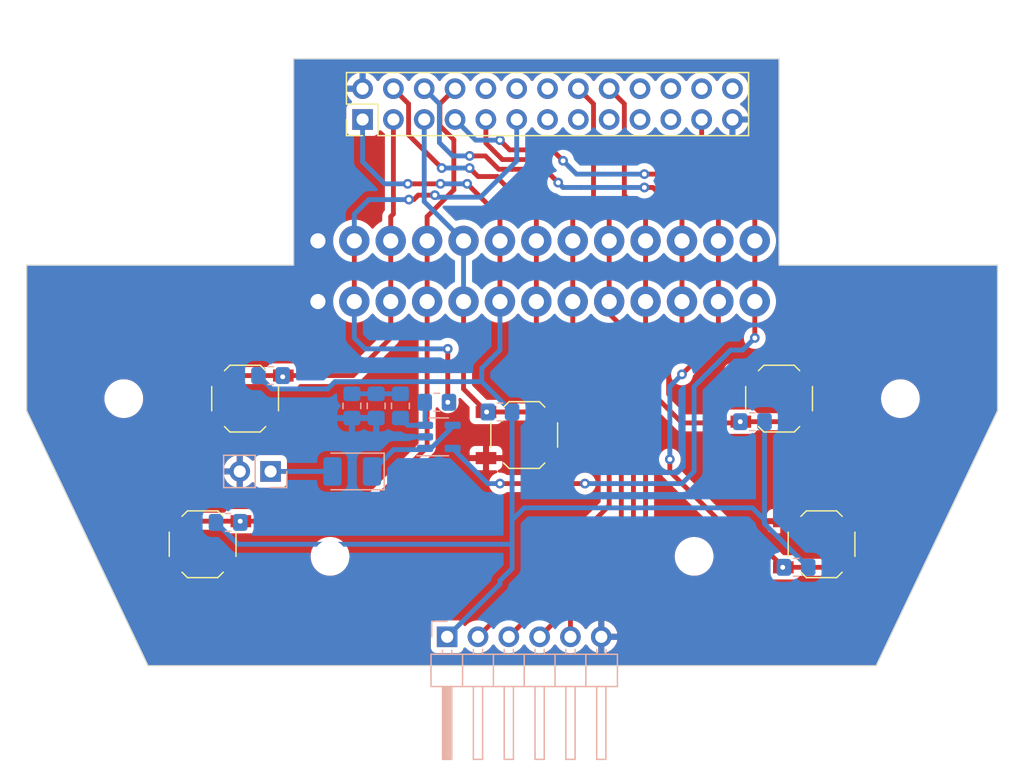
<source format=kicad_pcb>
(kicad_pcb (version 20221018) (generator pcbnew)
  (layers (0 "F.Cu" signal) (31 "B.Cu" signal) (34 "B.Paste" user) (35 "F.Paste" user) (36 "B.SilkS" user "B.Silkscreen") (37 "F.SilkS" user "F.Silkscreen") (38 "B.Mask" user) (39 "F.Mask" user) (44 "Edge.Cuts" user))
  (net 0 "")
  (net 1 "Net-(U1--)")
  (net 2 "Net-(C1-Pad2)")
  (net 3 "+3V3")
  (net 4 "GND")
  (net 5 "/SW_UP")
  (net 6 "/SW_RX")
  (net 7 "/SW_CENT")
  (net 8 "/SW_TX")
  (net 9 "/SW_BACK")
  (net 10 "/SW_DWN")
  (net 11 "/SW_MENU")
  (net 13 "/SOUND")
  (net 18 "/SDA")
  (net 20 "/SCL")
  (net 23 "VDD")
  (net 25 "+BATT")
  (net 28 "Net-(U1-+)")
  (net 29 "Net-(R2-Pad2)")
  (footprint "Button_Switch_SMD:SW_SPST_TL3342" (layer "F.Cu") (at 117 50)
    (fp_text reference "SW1" hide)
    (fp_text value "SW_Push")
    (fp_line (start -2.75 -1) (end -2.75 1) (stroke (width 0.12)) (layer "F.SilkS"))
    (fp_line (start -1.7 -2.3) (end -1.25 -2.75) (stroke (width 0.12)) (layer "F.SilkS"))
    (fp_line (start -1.7 2.3) (end -1.25 2.75) (stroke (width 0.12)) (layer "F.SilkS"))
    (fp_line (start -1.25 -2.75) (end 1.25 -2.75) (stroke (width 0.12)) (layer "F.SilkS"))
    (fp_line (start -1.25 2.75) (end 1.25 2.75) (stroke (width 0.12)) (layer "F.SilkS"))
    (fp_line (start 1.7 -2.3) (end 1.25 -2.75) (stroke (width 0.12)) (layer "F.SilkS"))
    (fp_line (start 1.7 2.3) (end 1.25 2.75) (stroke (width 0.12)) (layer "F.SilkS"))
    (fp_line (start 2.75 -1) (end 2.75 1) (stroke (width 0.12)) (layer "F.SilkS"))
    (pad "1" smd rect (at -3.15 -1.9) (size 1.7 1) (layers "F.Cu" "F.Paste" "F.Mask") (net 5 "/SW_UP"))
    (pad "1" smd rect (at 3.15 -1.9) (size 1.7 1) (layers "F.Cu" "F.Paste" "F.Mask") (net 5 "/SW_UP"))
    (pad "2" smd rect (at -3.15 1.9) (size 1.7 1) (layers "F.Cu" "F.Paste" "F.Mask") (net 4 "GND"))
    (pad "2" smd rect (at 3.15 1.9) (size 1.7 1) (layers "F.Cu" "F.Paste" "F.Mask") (net 4 "GND"))
  )
  (footprint "Button_Switch_SMD:SW_SPST_TL3342" (layer "F.Cu") (at 161 50)
    (fp_text reference "SW4" hide)
    (fp_text value "SW_Push")
    (fp_line (start -2.75 -1) (end -2.75 1) (stroke (width 0.12)) (layer "F.SilkS"))
    (fp_line (start -1.7 -2.3) (end -1.25 -2.75) (stroke (width 0.12)) (layer "F.SilkS"))
    (fp_line (start -1.7 2.3) (end -1.25 2.75) (stroke (width 0.12)) (layer "F.SilkS"))
    (fp_line (start -1.25 -2.75) (end 1.25 -2.75) (stroke (width 0.12)) (layer "F.SilkS"))
    (fp_line (start -1.25 2.75) (end 1.25 2.75) (stroke (width 0.12)) (layer "F.SilkS"))
    (fp_line (start 1.7 -2.3) (end 1.25 -2.75) (stroke (width 0.12)) (layer "F.SilkS"))
    (fp_line (start 1.7 2.3) (end 1.25 2.75) (stroke (width 0.12)) (layer "F.SilkS"))
    (fp_line (start 2.75 -1) (end 2.75 1) (stroke (width 0.12)) (layer "F.SilkS"))
    (pad "1" smd rect (at -3.15 -1.9) (size 1.7 1) (layers "F.Cu" "F.Paste" "F.Mask") (net 4 "GND"))
    (pad "1" smd rect (at 3.15 -1.9) (size 1.7 1) (layers "F.Cu" "F.Paste" "F.Mask") (net 4 "GND"))
    (pad "2" smd rect (at -3.15 1.9) (size 1.7 1) (layers "F.Cu" "F.Paste" "F.Mask") (net 11 "/SW_MENU"))
    (pad "2" smd rect (at 3.15 1.9) (size 1.7 1) (layers "F.Cu" "F.Paste" "F.Mask") (net 11 "/SW_MENU"))
  )
  (footprint "MountingHole:MountingHole_2.7mm_M2.5" (layer "F.Cu") (at 171 50)
    (fp_text reference "REF**" hide)
    (fp_text value "MountingHole_2.7mm_M2.5")
    (pad "" np_thru_hole circle (at 0 0) (size 2.7 2.7) (drill 2.7) (layers "F&B.Cu" "*.Mask"))
  )
  (footprint "Button_Switch_SMD:SW_SPST_TL3342" (layer "F.Cu") (at 164.5 62)
    (fp_text reference "SW5" hide)
    (fp_text value "SW_Push")
    (fp_line (start -2.75 -1) (end -2.75 1) (stroke (width 0.12)) (layer "F.SilkS"))
    (fp_line (start -1.7 -2.3) (end -1.25 -2.75) (stroke (width 0.12)) (layer "F.SilkS"))
    (fp_line (start -1.7 2.3) (end -1.25 2.75) (stroke (width 0.12)) (layer "F.SilkS"))
    (fp_line (start -1.25 -2.75) (end 1.25 -2.75) (stroke (width 0.12)) (layer "F.SilkS"))
    (fp_line (start -1.25 2.75) (end 1.25 2.75) (stroke (width 0.12)) (layer "F.SilkS"))
    (fp_line (start 1.7 -2.3) (end 1.25 -2.75) (stroke (width 0.12)) (layer "F.SilkS"))
    (fp_line (start 1.7 2.3) (end 1.25 2.75) (stroke (width 0.12)) (layer "F.SilkS"))
    (fp_line (start 2.75 -1) (end 2.75 1) (stroke (width 0.12)) (layer "F.SilkS"))
    (pad "1" smd rect (at -3.15 -1.9) (size 1.7 1) (layers "F.Cu" "F.Paste" "F.Mask") (net 4 "GND"))
    (pad "1" smd rect (at 3.15 -1.9) (size 1.7 1) (layers "F.Cu" "F.Paste" "F.Mask") (net 4 "GND"))
    (pad "2" smd rect (at -3.15 1.9) (size 1.7 1) (layers "F.Cu" "F.Paste" "F.Mask") (net 9 "/SW_BACK"))
    (pad "2" smd rect (at 3.15 1.9) (size 1.7 1) (layers "F.Cu" "F.Paste" "F.Mask") (net 9 "/SW_BACK"))
  )
  (footprint "Button_Switch_SMD:SW_SPST_TL3342" (layer "F.Cu") (at 113.5 62)
    (fp_text reference "SW2" hide)
    (fp_text value "SW_Push")
    (fp_line (start -2.75 -1) (end -2.75 1) (stroke (width 0.12)) (layer "F.SilkS"))
    (fp_line (start -1.7 -2.3) (end -1.25 -2.75) (stroke (width 0.12)) (layer "F.SilkS"))
    (fp_line (start -1.7 2.3) (end -1.25 2.75) (stroke (width 0.12)) (layer "F.SilkS"))
    (fp_line (start -1.25 -2.75) (end 1.25 -2.75) (stroke (width 0.12)) (layer "F.SilkS"))
    (fp_line (start -1.25 2.75) (end 1.25 2.75) (stroke (width 0.12)) (layer "F.SilkS"))
    (fp_line (start 1.7 -2.3) (end 1.25 -2.75) (stroke (width 0.12)) (layer "F.SilkS"))
    (fp_line (start 1.7 2.3) (end 1.25 2.75) (stroke (width 0.12)) (layer "F.SilkS"))
    (fp_line (start 2.75 -1) (end 2.75 1) (stroke (width 0.12)) (layer "F.SilkS"))
    (pad "1" smd rect (at -3.15 -1.9) (size 1.7 1) (layers "F.Cu" "F.Paste" "F.Mask") (net 10 "/SW_DWN"))
    (pad "1" smd rect (at 3.15 -1.9) (size 1.7 1) (layers "F.Cu" "F.Paste" "F.Mask") (net 10 "/SW_DWN"))
    (pad "2" smd rect (at -3.15 1.9) (size 1.7 1) (layers "F.Cu" "F.Paste" "F.Mask") (net 4 "GND"))
    (pad "2" smd rect (at 3.15 1.9) (size 1.7 1) (layers "F.Cu" "F.Paste" "F.Mask") (net 4 "GND"))
  )
  (footprint "MountingHole:MountingHole_2.7mm_M2.5" (layer "F.Cu") (at 154 63)
    (fp_text reference "REF**" hide)
    (fp_text value "MountingHole_2.7mm_M2.5")
    (pad "" np_thru_hole circle (at 0 0) (size 2.7 2.7) (drill 2.7) (layers "*.Cu" "*.Mask"))
  )
  (footprint "MountingHole:MountingHole_2.7mm_M2.5" (layer "F.Cu") (at 107 50)
    (fp_text reference "REF**" hide)
    (fp_text value "MountingHole_2.7mm_M2.5")
    (pad "" np_thru_hole circle (at 0 0) (size 2.7 2.7) (drill 2.7) (layers "F&B.Cu" "*.Mask"))
  )
  (footprint "Button_Switch_SMD:SW_SPST_TL3342" (layer "F.Cu") (at 140 53)
    (fp_text reference "SW3" hide)
    (fp_text value "SW_Push")
    (fp_line (start -2.75 -1) (end -2.75 1) (stroke (width 0.12)) (layer "F.SilkS"))
    (fp_line (start -1.7 -2.3) (end -1.25 -2.75) (stroke (width 0.12)) (layer "F.SilkS"))
    (fp_line (start -1.7 2.3) (end -1.25 2.75) (stroke (width 0.12)) (layer "F.SilkS"))
    (fp_line (start -1.25 -2.75) (end 1.25 -2.75) (stroke (width 0.12)) (layer "F.SilkS"))
    (fp_line (start -1.25 2.75) (end 1.25 2.75) (stroke (width 0.12)) (layer "F.SilkS"))
    (fp_line (start 1.7 -2.3) (end 1.25 -2.75) (stroke (width 0.12)) (layer "F.SilkS"))
    (fp_line (start 1.7 2.3) (end 1.25 2.75) (stroke (width 0.12)) (layer "F.SilkS"))
    (fp_line (start 2.75 -1) (end 2.75 1) (stroke (width 0.12)) (layer "F.SilkS"))
    (pad "1" smd rect (at -3.15 -1.9) (size 1.7 1) (layers "F.Cu" "F.Paste" "F.Mask") (net 7 "/SW_CENT"))
    (pad "1" smd rect (at 3.15 -1.9) (size 1.7 1) (layers "F.Cu" "F.Paste" "F.Mask") (net 7 "/SW_CENT"))
    (pad "2" smd rect (at -3.15 1.9) (size 1.7 1) (layers "F.Cu" "F.Paste" "F.Mask") (net 4 "GND"))
    (pad "2" smd rect (at 3.15 1.9) (size 1.7 1) (layers "F.Cu" "F.Paste" "F.Mask") (net 4 "GND"))
  )
  (footprint "MountingHole:MountingHole_2.7mm_M2.5" (layer "F.Cu") (at 124 63)
    (fp_text reference "REF**" hide)
    (fp_text value "MountingHole_2.7mm_M2.5")
    (pad "" np_thru_hole circle (at 0 0) (size 2.7 2.7) (drill 2.7) (layers "*.Cu" "*.Mask"))
  )
  (footprint "Connector_PinHeader_2.54mm:PinHeader_2x13_P2.54mm_Vertical" (layer "F.Cu") (at 126.68 27 90)
    (fp_text reference "J1" hide)
    (fp_text value "Conn_02x13_Odd_Even")
    (fp_line (start -1.33 -1.33) (end 0 -1.33) (stroke (width 0.12)) (layer "F.SilkS"))
    (fp_line (start -1.33 0) (end -1.33 -1.33) (stroke (width 0.12)) (layer "F.SilkS"))
    (fp_line (start -1.33 1.27) (end -1.33 31.81) (stroke (width 0.12)) (layer "F.SilkS"))
    (fp_line (start -1.33 1.27) (end 1.27 1.27) (stroke (width 0.12)) (layer "F.SilkS"))
    (fp_line (start -1.33 31.81) (end 3.87 31.81) (stroke (width 0.12)) (layer "F.SilkS"))
    (fp_line (start 1.27 -1.33) (end 3.87 -1.33) (stroke (width 0.12)) (layer "F.SilkS"))
    (fp_line (start 1.27 1.27) (end 1.27 -1.33) (stroke (width 0.12)) (layer "F.SilkS"))
    (fp_line (start 3.87 -1.33) (end 3.87 31.81) (stroke (width 0.12)) (layer "F.SilkS"))
    (pad "1" thru_hole rect (at 0 0 90) (size 1.7 1.7) (drill 1) (layers "*.Cu" "*.Mask") (net 3 "+3V3"))
    (pad "2" thru_hole oval (at 2.54 0 90) (size 1.7 1.7) (drill 1) (layers "*.Cu" "*.Mask") (net 4 "GND"))
    (pad "3" thru_hole oval (at 0 2.54 90) (size 1.7 1.7) (drill 1) (layers "*.Cu" "*.Mask") (net 5 "/SW_UP"))
    (pad "4" thru_hole oval (at 2.54 2.54 90) (size 1.7 1.7) (drill 1) (layers "*.Cu" "*.Mask") (net 6 "/SW_RX"))
    (pad "5" thru_hole oval (at 0 5.08 90) (size 1.7 1.7) (drill 1) (layers "*.Cu" "*.Mask") (net 7 "/SW_CENT"))
    (pad "6" thru_hole oval (at 2.54 5.08 90) (size 1.7 1.7) (drill 1) (layers "*.Cu" "*.Mask") (net 8 "/SW_TX"))
    (pad "7" thru_hole oval (at 0 7.62 90) (size 1.7 1.7) (drill 1) (layers "*.Cu" "*.Mask") (net 9 "/SW_BACK"))
    (pad "8" thru_hole oval (at 2.54 7.62 90) (size 1.7 1.7) (drill 1) (layers "*.Cu" "*.Mask") (net 10 "/SW_DWN"))
    (pad "9" thru_hole oval (at 0 10.16 90) (size 1.7 1.7) (drill 1) (layers "*.Cu" "*.Mask") (net 11 "/SW_MENU"))
    (pad "10" thru_hole oval (at 2.54 10.16 90) (size 1.7 1.7) (drill 1) (layers "*.Cu" "*.Mask"))
    (pad "11" thru_hole oval (at 0 12.7 90) (size 1.7 1.7) (drill 1) (layers "*.Cu" "*.Mask") (net 13 "/SOUND"))
    (pad "12" thru_hole oval (at 2.54 12.7 90) (size 1.7 1.7) (drill 1) (layers "*.Cu" "*.Mask"))
    (pad "13" thru_hole oval (at 0 15.24 90) (size 1.7 1.7) (drill 1) (layers "*.Cu" "*.Mask"))
    (pad "14" thru_hole oval (at 2.54 15.24 90) (size 1.7 1.7) (drill 1) (layers "*.Cu" "*.Mask"))
    (pad "15" thru_hole oval (at 0 17.78 90) (size 1.7 1.7) (drill 1) (layers "*.Cu" "*.Mask"))
    (pad "16" thru_hole oval (at 2.54 17.78 90) (size 1.7 1.7) (drill 1) (layers "*.Cu" "*.Mask") (net 18 "/SDA"))
    (pad "17" thru_hole oval (at 0 20.32 90) (size 1.7 1.7) (drill 1) (layers "*.Cu" "*.Mask"))
    (pad "18" thru_hole oval (at 2.54 20.32 90) (size 1.7 1.7) (drill 1) (layers "*.Cu" "*.Mask") (net 20 "/SCL"))
    (pad "19" thru_hole oval (at 0 22.86 90) (size 1.7 1.7) (drill 1) (layers "*.Cu" "*.Mask"))
    (pad "20" thru_hole oval (at 2.54 22.86 90) (size 1.7 1.7) (drill 1) (layers "*.Cu" "*.Mask"))
    (pad "21" thru_hole oval (at 0 25.4 90) (size 1.7 1.7) (drill 1) (layers "*.Cu" "*.Mask") (net 23 "VDD"))
    (pad "22" thru_hole oval (at 2.54 25.4 90) (size 1.7 1.7) (drill 1) (layers "*.Cu" "*.Mask"))
    (pad "23" thru_hole oval (at 0 27.94 90) (size 1.7 1.7) (drill 1) (layers "*.Cu" "*.Mask") (net 25 "+BATT"))
    (pad "24" thru_hole oval (at 2.54 27.94 90) (size 1.7 1.7) (drill 1) (layers "*.Cu" "*.Mask"))
    (pad "25" thru_hole oval (at 0 30.48 90) (size 1.7 1.7) (drill 1) (layers "*.Cu" "*.Mask") (net 4 "GND"))
    (pad "26" thru_hole oval (at 2.54 30.48 90) (size 1.7 1.7) (drill 1) (layers "*.Cu" "*.Mask"))
  )
  (footprint "Resistor_SMD:R_0805_2012Metric_Pad1.20x1.40mm_HandSolder" (layer "B.Cu") (at 125.8 50.6 -90)
    (fp_text reference "R4" hide)
    (fp_text value "10k")
    (fp_line (start -0.227064 -0.735) (end 0.227064 -0.735) (stroke (width 0.12)) (layer "B.SilkS"))
    (fp_line (start -0.227064 0.735) (end 0.227064 0.735) (stroke (width 0.12)) (layer "B.SilkS"))
    (pad "1" smd roundrect (at -1 0 270) (size 1.2 1.4) (layers "B.Cu" "B.Paste" "B.Mask") (roundrect_rratio 0.208333) (net 29 "Net-(R2-Pad2)"))
    (pad "2" smd roundrect (at 1 0 270) (size 1.2 1.4) (layers "B.Cu" "B.Paste" "B.Mask") (roundrect_rratio 0.208333) (net 4 "GND"))
  )
  (footprint "Resistor_SMD:R_0805_2012Metric_Pad1.20x1.40mm_HandSolder" (layer "B.Cu") (at 129.8 50.6 90)
    (fp_text reference "R2" hide)
    (fp_text value "10k")
    (fp_line (start -0.227064 -0.735) (end 0.227064 -0.735) (stroke (width 0.12)) (layer "B.SilkS"))
    (fp_line (start -0.227064 0.735) (end 0.227064 0.735) (stroke (width 0.12)) (layer "B.SilkS"))
    (pad "1" smd roundrect (at -1 0 90) (size 1.2 1.4) (layers "B.Cu" "B.Paste" "B.Mask") (roundrect_rratio 0.208333) (net 28 "Net-(U1-+)"))
    (pad "2" smd roundrect (at 1 0 90) (size 1.2 1.4) (layers "B.Cu" "B.Paste" "B.Mask") (roundrect_rratio 0.208333) (net 29 "Net-(R2-Pad2)"))
  )
  (footprint "Resistor_SMD:R_0805_2012Metric_Pad1.20x1.40mm_HandSolder" (layer "B.Cu") (at 132.8 50.3)
    (fp_text reference "R1" hide)
    (fp_text value "10k")
    (fp_line (start -0.227064 -0.735) (end 0.227064 -0.735) (stroke (width 0.12)) (layer "B.SilkS"))
    (fp_line (start -0.227064 0.735) (end 0.227064 0.735) (stroke (width 0.12)) (layer "B.SilkS"))
    (pad "1" smd roundrect (at -1 0) (size 1.2 1.4) (layers "B.Cu" "B.Paste" "B.Mask") (roundrect_rratio 0.208333) (net 28 "Net-(U1-+)"))
    (pad "2" smd roundrect (at 1 0) (size 1.2 1.4) (layers "B.Cu" "B.Paste" "B.Mask") (roundrect_rratio 0.208333) (net 13 "/SOUND"))
  )
  (footprint "Resistor_SMD:R_0805_2012Metric_Pad1.20x1.40mm_HandSolder" (layer "B.Cu") (at 158.8 51.9 180)
    (fp_text reference "R8" hide)
    (fp_text value "4k7")
    (fp_line (start -0.227064 -0.735) (end 0.227064 -0.735) (stroke (width 0.12)) (layer "B.SilkS"))
    (fp_line (start -0.227064 0.735) (end 0.227064 0.735) (stroke (width 0.12)) (layer "B.SilkS"))
    (pad "1" smd roundrect (at -1 0 180) (size 1.2 1.4) (layers "B.Cu" "B.Paste" "B.Mask") (roundrect_rratio 0.208333) (net 3 "+3V3"))
    (pad "2" smd roundrect (at 1 0 180) (size 1.2 1.4) (layers "B.Cu" "B.Paste" "B.Mask") (roundrect_rratio 0.208333) (net 11 "/SW_MENU"))
  )
  (footprint "Resistor_SMD:R_0805_2012Metric_Pad1.20x1.40mm_HandSolder" (layer "B.Cu") (at 115.6 60.2)
    (fp_text reference "R5" hide)
    (fp_text value "4k7")
    (fp_line (start -0.227064 -0.735) (end 0.227064 -0.735) (stroke (width 0.12)) (layer "B.SilkS"))
    (fp_line (start -0.227064 0.735) (end 0.227064 0.735) (stroke (width 0.12)) (layer "B.SilkS"))
    (pad "1" smd roundrect (at -1 0) (size 1.2 1.4) (layers "B.Cu" "B.Paste" "B.Mask") (roundrect_rratio 0.208333) (net 3 "+3V3"))
    (pad "2" smd roundrect (at 1 0) (size 1.2 1.4) (layers "B.Cu" "B.Paste" "B.Mask") (roundrect_rratio 0.208333) (net 10 "/SW_DWN"))
  )
  (footprint "Connector_PinHeader_2.54mm:PinHeader_1x06_P2.54mm_Horizontal" (layer "B.Cu") (at 133.65 69.625 -90)
    (fp_text reference "J2" hide)
    (fp_text value "Conn_01x06")
    (fp_line (start -1.27 0) (end -1.27 1.27) (stroke (width 0.12)) (layer "B.SilkS"))
    (fp_line (start -1.27 1.27) (end 0 1.27) (stroke (width 0.12)) (layer "B.SilkS"))
    (fp_line (start 1.042929 -13.08) (end 1.44 -13.08) (stroke (width 0.12)) (layer "B.SilkS"))
    (fp_line (start 1.042929 -12.32) (end 1.44 -12.32) (stroke (width 0.12)) (layer "B.SilkS"))
    (fp_line (start 1.042929 -10.54) (end 1.44 -10.54) (stroke (width 0.12)) (layer "B.SilkS"))
    (fp_line (start 1.042929 -9.78) (end 1.44 -9.78) (stroke (width 0.12)) (layer "B.SilkS"))
    (fp_line (start 1.042929 -8) (end 1.44 -8) (stroke (width 0.12)) (layer "B.SilkS"))
    (fp_line (start 1.042929 -7.24) (end 1.44 -7.24) (stroke (width 0.12)) (layer "B.SilkS"))
    (fp_line (start 1.042929 -5.46) (end 1.44 -5.46) (stroke (width 0.12)) (layer "B.SilkS"))
    (fp_line (start 1.042929 -4.7) (end 1.44 -4.7) (stroke (width 0.12)) (layer "B.SilkS"))
    (fp_line (start 1.042929 -2.92) (end 1.44 -2.92) (stroke (width 0.12)) (layer "B.SilkS"))
    (fp_line (start 1.042929 -2.16) (end 1.44 -2.16) (stroke (width 0.12)) (layer "B.SilkS"))
    (fp_line (start 1.11 -0.38) (end 1.44 -0.38) (stroke (width 0.12)) (layer "B.SilkS"))
    (fp_line (start 1.11 0.38) (end 1.44 0.38) (stroke (width 0.12)) (layer "B.SilkS"))
    (fp_line (start 1.44 -14.03) (end 4.1 -14.03) (stroke (width 0.12)) (layer "B.SilkS"))
    (fp_line (start 1.44 -11.43) (end 4.1 -11.43) (stroke (width 0.12)) (layer "B.SilkS"))
    (fp_line (start 1.44 -8.89) (end 4.1 -8.89) (stroke (width 0.12)) (layer "B.SilkS"))
    (fp_line (start 1.44 -6.35) (end 4.1 -6.35) (stroke (width 0.12)) (layer "B.SilkS"))
    (fp_line (start 1.44 -3.81) (end 4.1 -3.81) (stroke (width 0.12)) (layer "B.SilkS"))
    (fp_line (start 1.44 -1.27) (end 4.1 -1.27) (stroke (width 0.12)) (layer "B.SilkS"))
    (fp_line (start 1.44 1.33) (end 1.44 -14.03) (stroke (width 0.12)) (layer "B.SilkS"))
    (fp_line (start 4.1 -14.03) (end 4.1 1.33) (stroke (width 0.12)) (layer "B.SilkS"))
    (fp_line (start 4.1 -12.32) (end 10.1 -12.32) (stroke (width 0.12)) (layer "B.SilkS"))
    (fp_line (start 4.1 -9.78) (end 10.1 -9.78) (stroke (width 0.12)) (layer "B.SilkS"))
    (fp_line (start 4.1 -7.24) (end 10.1 -7.24) (stroke (width 0.12)) (layer "B.SilkS"))
    (fp_line (start 4.1 -4.7) (end 10.1 -4.7) (stroke (width 0.12)) (layer "B.SilkS"))
    (fp_line (start 4.1 -2.16) (end 10.1 -2.16) (stroke (width 0.12)) (layer "B.SilkS"))
    (fp_line (start 4.1 -0.28) (end 10.1 -0.28) (stroke (width 0.12)) (layer "B.SilkS"))
    (fp_line (start 4.1 -0.16) (end 10.1 -0.16) (stroke (width 0.12)) (layer "B.SilkS"))
    (fp_line (start 4.1 -0.04) (end 10.1 -0.04) (stroke (width 0.12)) (layer "B.SilkS"))
    (fp_line (start 4.1 0.08) (end 10.1 0.08) (stroke (width 0.12)) (layer "B.SilkS"))
    (fp_line (start 4.1 0.2) (end 10.1 0.2) (stroke (width 0.12)) (layer "B.SilkS"))
    (fp_line (start 4.1 0.32) (end 10.1 0.32) (stroke (width 0.12)) (layer "B.SilkS"))
    (fp_line (start 4.1 0.38) (end 10.1 0.38) (stroke (width 0.12)) (layer "B.SilkS"))
    (fp_line (start 4.1 1.33) (end 1.44 1.33) (stroke (width 0.12)) (layer "B.SilkS"))
    (fp_line (start 10.1 -13.08) (end 4.1 -13.08) (stroke (width 0.12)) (layer "B.SilkS"))
    (fp_line (start 10.1 -12.32) (end 10.1 -13.08) (stroke (width 0.12)) (layer "B.SilkS"))
    (fp_line (start 10.1 -10.54) (end 4.1 -10.54) (stroke (width 0.12)) (layer "B.SilkS"))
    (fp_line (start 10.1 -9.78) (end 10.1 -10.54) (stroke (width 0.12)) (layer "B.SilkS"))
    (fp_line (start 10.1 -8) (end 4.1 -8) (stroke (width 0.12)) (layer "B.SilkS"))
    (fp_line (start 10.1 -7.24) (end 10.1 -8) (stroke (width 0.12)) (layer "B.SilkS"))
    (fp_line (start 10.1 -5.46) (end 4.1 -5.46) (stroke (width 0.12)) (layer "B.SilkS"))
    (fp_line (start 10.1 -4.7) (end 10.1 -5.46) (stroke (width 0.12)) (layer "B.SilkS"))
    (fp_line (start 10.1 -2.92) (end 4.1 -2.92) (stroke (width 0.12)) (layer "B.SilkS"))
    (fp_line (start 10.1 -2.16) (end 10.1 -2.92) (stroke (width 0.12)) (layer "B.SilkS"))
    (fp_line (start 10.1 -0.38) (end 4.1 -0.38) (stroke (width 0.12)) (layer "B.SilkS"))
    (fp_line (start 10.1 0.38) (end 10.1 -0.38) (stroke (width 0.12)) (layer "B.SilkS"))
    (pad "1" thru_hole rect (at 0 0 270) (size 1.7 1.7) (drill 1) (layers "*.Cu" "*.Mask") (net 3 "+3V3"))
    (pad "2" thru_hole oval (at 0 -2.54 270) (size 1.7 1.7) (drill 1) (layers "*.Cu" "*.Mask") (net 6 "/SW_RX"))
    (pad "3" thru_hole oval (at 0 -5.08 270) (size 1.7 1.7) (drill 1) (layers "*.Cu" "*.Mask") (net 8 "/SW_TX"))
    (pad "4" thru_hole oval (at 0 -7.62 270) (size 1.7 1.7) (drill 1) (layers "*.Cu" "*.Mask") (net 18 "/SDA"))
    (pad "5" thru_hole oval (at 0 -10.16 270) (size 1.7 1.7) (drill 1) (layers "*.Cu" "*.Mask") (net 20 "/SCL"))
    (pad "6" thru_hole oval (at 0 -12.7 270) (size 1.7 1.7) (drill 1) (layers "*.Cu" "*.Mask") (net 4 "GND"))
  )
  (footprint "Resistor_SMD:R_0805_2012Metric_Pad1.20x1.40mm_HandSolder" (layer "B.Cu") (at 162.4 63.9 180)
    (fp_text reference "R9" hide)
    (fp_text value "4k7")
    (fp_line (start -0.227064 -0.735) (end 0.227064 -0.735) (stroke (width 0.12)) (layer "B.SilkS"))
    (fp_line (start -0.227064 0.735) (end 0.227064 0.735) (stroke (width 0.12)) (layer "B.SilkS"))
    (pad "1" smd roundrect (at -1 0 180) (size 1.2 1.4) (layers "B.Cu" "B.Paste" "B.Mask") (roundrect_rratio 0.208333) (net 3 "+3V3"))
    (pad "2" smd roundrect (at 1 0 180) (size 1.2 1.4) (layers "B.Cu" "B.Paste" "B.Mask") (roundrect_rratio 0.208333) (net 9 "/SW_BACK"))
  )
  (footprint "Capacitor_Tantalum_SMD:CP_EIA-3528-21_Kemet-B_Pad1.50x2.35mm_HandSolder" (layer "B.Cu") (at 125.825 56 180)
    (fp_text reference "C1" hide)
    (fp_text value "47u")
    (fp_line (start -2.635 -1.51) (end 1.75 -1.51) (stroke (width 0.12)) (layer "B.SilkS"))
    (fp_line (start -2.635 1.51) (end -2.635 -1.51) (stroke (width 0.12)) (layer "B.SilkS"))
    (fp_line (start 1.75 1.51) (end -2.635 1.51) (stroke (width 0.12)) (layer "B.SilkS"))
    (pad "1" smd roundrect (at -1.625 0 180) (size 1.5 2.35) (layers "B.Cu" "B.Paste" "B.Mask") (roundrect_rratio 0.166667) (net 1 "Net-(U1--)"))
    (pad "2" smd roundrect (at 1.625 0 180) (size 1.5 2.35) (layers "B.Cu" "B.Paste" "B.Mask") (roundrect_rratio 0.166667) (net 2 "Net-(C1-Pad2)"))
  )
  (footprint "Connector_PinHeader_2.54mm:PinHeader_1x02_P2.54mm_Vertical" (layer "B.Cu") (at 119.1 56 90)
    (fp_text reference "LS1" hide)
    (fp_text value "Speaker")
    (fp_line (start -1.33 -3.87) (end 1.33 -3.87) (stroke (width 0.12)) (layer "B.SilkS"))
    (fp_line (start -1.33 -1.27) (end -1.33 -3.87) (stroke (width 0.12)) (layer "B.SilkS"))
    (fp_line (start -1.33 -1.27) (end 1.33 -1.27) (stroke (width 0.12)) (layer "B.SilkS"))
    (fp_line (start -1.33 0) (end -1.33 1.33) (stroke (width 0.12)) (layer "B.SilkS"))
    (fp_line (start -1.33 1.33) (end 0 1.33) (stroke (width 0.12)) (layer "B.SilkS"))
    (fp_line (start 1.33 -1.27) (end 1.33 -3.87) (stroke (width 0.12)) (layer "B.SilkS"))
    (pad "1" thru_hole rect (at 0 0 90) (size 1.7 1.7) (drill 1) (layers "*.Cu" "*.Mask") (net 2 "Net-(C1-Pad2)"))
    (pad "2" thru_hole oval (at 0 -2.54 90) (size 1.7 1.7) (drill 1) (layers "*.Cu" "*.Mask") (net 4 "GND"))
  )
  (footprint "Package_TO_SOT_SMD:SOT-23-5" (layer "B.Cu") (at 132.9625 53.15)
    (fp_text reference "U1" hide)
    (fp_text value "AD8531ARTZ")
    (fp_line (start 0 -1.56) (end -0.8 -1.56) (stroke (width 0.12)) (layer "B.SilkS"))
    (fp_line (start 0 -1.56) (end 0.8 -1.56) (stroke (width 0.12)) (layer "B.SilkS"))
    (fp_line (start 0 1.56) (end -1.8 1.56) (stroke (width 0.12)) (layer "B.SilkS"))
    (fp_line (start 0 1.56) (end 0.8 1.56) (stroke (width 0.12)) (layer "B.SilkS"))
    (pad "1" smd roundrect (at -1.1375 0.95) (size 1.325 0.6) (layers "B.Cu" "B.Paste" "B.Mask") (net 1 "Net-(U1--)"))
    (pad "2" smd roundrect (at -1.1375 0) (size 1.325 0.6) (layers "B.Cu" "B.Paste" "B.Mask") (net 4 "GND"))
    (pad "3" smd roundrect (at -1.1375 -0.95) (size 1.325 0.6) (layers "B.Cu" "B.Paste" "B.Mask") (net 28 "Net-(U1-+)"))
    (pad "4" smd roundrect (at 1.1375 -0.95) (size 1.325 0.6) (layers "B.Cu" "B.Paste" "B.Mask") (net 1 "Net-(U1--)"))
    (pad "5" smd roundrect (at 1.1375 0.95) (size 1.325 0.6) (layers "B.Cu" "B.Paste" "B.Mask") (net 25 "+BATT"))
  )
  (footprint "Resistor_SMD:R_0805_2012Metric_Pad1.20x1.40mm_HandSolder" (layer "B.Cu") (at 119.1 48.1)
    (fp_text reference "R6" hide)
    (fp_text value "4k7")
    (fp_line (start -0.227064 -0.735) (end 0.227064 -0.735) (stroke (width 0.12)) (layer "B.SilkS"))
    (fp_line (start -0.227064 0.735) (end 0.227064 0.735) (stroke (width 0.12)) (layer "B.SilkS"))
    (pad "1" smd roundrect (at -1 0) (size 1.2 1.4) (layers "B.Cu" "B.Paste" "B.Mask") (roundrect_rratio 0.208333) (net 3 "+3V3"))
    (pad "2" smd roundrect (at 1 0) (size 1.2 1.4) (layers "B.Cu" "B.Paste" "B.Mask") (roundrect_rratio 0.208333) (net 5 "/SW_UP"))
  )
  (footprint "Resistor_SMD:R_0805_2012Metric_Pad1.20x1.40mm_HandSolder" (layer "B.Cu") (at 127.8 50.6 -90)
    (fp_text reference "R3" hide)
    (fp_text value "10k")
    (fp_line (start -0.227064 -0.735) (end 0.227064 -0.735) (stroke (width 0.12)) (layer "B.SilkS"))
    (fp_line (start -0.227064 0.735) (end 0.227064 0.735) (stroke (width 0.12)) (layer "B.SilkS"))
    (pad "1" smd roundrect (at -1 0 270) (size 1.2 1.4) (layers "B.Cu" "B.Paste" "B.Mask") (roundrect_rratio 0.208333) (net 29 "Net-(R2-Pad2)"))
    (pad "2" smd roundrect (at 1 0 270) (size 1.2 1.4) (layers "B.Cu" "B.Paste" "B.Mask") (roundrect_rratio 0.208333) (net 4 "GND"))
  )
  (footprint "Resistor_SMD:R_0805_2012Metric_Pad1.20x1.40mm_HandSolder" (layer "B.Cu") (at 138 51.1 180)
    (fp_text reference "R7" hide)
    (fp_text value "4k7")
    (fp_line (start -0.227064 -0.735) (end 0.227064 -0.735) (stroke (width 0.12)) (layer "B.SilkS"))
    (fp_line (start -0.227064 0.735) (end 0.227064 0.735) (stroke (width 0.12)) (layer "B.SilkS"))
    (pad "1" smd roundrect (at -1 0 180) (size 1.2 1.4) (layers "B.Cu" "B.Paste" "B.Mask") (roundrect_rratio 0.208333) (net 3 "+3V3"))
    (pad "2" smd roundrect (at 1 0 180) (size 1.2 1.4) (layers "B.Cu" "B.Paste" "B.Mask") (roundrect_rratio 0.208333) (net 7 "/SW_CENT"))
  )
  (gr_line (start 179 51) (end 179 39) (stroke (width 0.1)) (layer "Edge.Cuts"))
  (gr_line (start 169 72) (end 179 51) (stroke (width 0.1)) (layer "Edge.Cuts"))
  (gr_line (start 99 39) (end 99 51) (stroke (width 0.1)) (layer "Edge.Cuts"))
  (gr_line (start 161 39) (end 161 22) (stroke (width 0.1)) (layer "Edge.Cuts"))
  (gr_line (start 179 39) (end 161 39) (stroke (width 0.1)) (layer "Edge.Cuts"))
  (gr_line (start 121 39) (end 99 39) (stroke (width 0.1)) (layer "Edge.Cuts"))
  (gr_line (start 169 72) (end 109 72) (stroke (width 0.1)) (layer "Edge.Cuts"))
  (gr_line (start 161 22) (end 121 22) (stroke (width 0.1)) (layer "Edge.Cuts"))
  (gr_line (start 121 22) (end 121 39) (stroke (width 0.1)) (layer "Edge.Cuts"))
  (gr_line (start 99 51) (end 109 72) (stroke (width 0.1)) (layer "Edge.Cuts"))
  (segment (start 134.1 52.315317) (end 132.315317 54.1) (width 0.4) (layer "B.Cu") (net 1))
  (segment (start 131.825 54.1) (end 131.725 54.2) (width 0.4) (layer "B.Cu") (net 1))
  (segment (start 134.1 52.2) (end 134.1 52.315317) (width 0.4) (layer "B.Cu") (net 1))
  (segment (start 129.25 54.2) (end 127.45 56) (width 0.4) (layer "B.Cu") (net 1))
  (segment (start 131.725 54.2) (end 129.25 54.2) (width 0.4) (layer "B.Cu") (net 1))
  (segment (start 132.315317 54.1) (end 131.825 54.1) (width 0.4) (layer "B.Cu") (net 1))
  (segment (start 124.675 56) (end 119.1 56) (width 0.4) (layer "B.Cu") (net 2))
  (segment (start 131 32.3) (end 130.4 32.3) (width 0.4) (layer "F.Cu") (net 3))
  (segment (start 133.1 32.3) (end 131 32.3) (width 0.4) (layer "F.Cu") (net 3))
  (segment (start 138 35) (end 135.3 32.3) (width 0.4) (layer "F.Cu") (net 3))
  (segment (start 138 42) (end 138 35) (width 0.4) (layer "F.Cu") (net 3))
  (via (at 138 42) (size 2.5) (drill 1.25) (layers "F.Cu" "B.Cu") (net 3))
  (via (at 135.3 32.3) (size 0.8) (drill 0.4) (layers "F.Cu" "B.Cu") (net 3))
  (via (at 133.1 32.3) (size 0.8) (drill 0.4) (layers "F.Cu" "B.Cu") (net 3))
  (via (at 130.4 32.3) (size 0.8) (drill 0.4) (layers "F.Cu" "B.Cu") (net 3))
  (via (at 138 37) (size 2.5) (drill 1.25) (layers "F.Cu" "B.Cu") (net 3))
  (segment (start 136.5 48.6) (end 139 51.1) (width 0.4) (layer "B.Cu") (net 3))
  (segment (start 159.8 60) (end 159.8 60.3) (width 0.4) (layer "B.Cu") (net 3))
  (segment (start 114.6 60.2) (end 116.4 62) (width 0.4) (layer "B.Cu") (net 3))
  (segment (start 116.4 62) (end 139 62) (width 0.4) (layer "B.Cu") (net 3))
  (segment (start 139 62) (end 139 60) (width 0.4) (layer "B.Cu") (net 3))
  (segment (start 119.2 49.2) (end 123.8 49.2) (width 0.4) (layer "B.Cu") (net 3))
  (segment (start 128.5 32.3) (end 126.68 30.48) (width 0.4) (layer "B.Cu") (net 3))
  (segment (start 140 59) (end 139 60) (width 0.4) (layer "B.Cu") (net 3))
  (segment (start 133.65 69.625) (end 138 65.275) (width 0.4) (layer "B.Cu") (net 3))
  (segment (start 159.8 60.3) (end 163.4 63.9) (width 0.4) (layer "B.Cu") (net 3))
  (segment (start 126.68 30.48) (end 126.68 27) (width 0.4) (layer "B.Cu") (net 3))
  (segment (start 133.9 32.3) (end 133.1 32.3) (width 0.4) (layer "B.Cu") (net 3))
  (segment (start 124.4 48.6) (end 136.5 48.6) (width 0.4) (layer "B.Cu") (net 3))
  (segment (start 159.8 51.9) (end 159.8 60) (width 0.4) (layer "B.Cu") (net 3))
  (segment (start 158.8 59) (end 140 59) (width 0.4) (layer "B.Cu") (net 3))
  (segment (start 118.1 48.1) (end 119.2 49.2) (width 0.4) (layer "B.Cu") (net 3))
  (segment (start 138 65) (end 139 64) (width 0.4) (layer "B.Cu") (net 3))
  (segment (start 135.3 32.3) (end 133.9 32.3) (width 0.4) (layer "B.Cu") (net 3))
  (segment (start 138 65.275) (end 138 65) (width 0.4) (layer "B.Cu") (net 3))
  (segment (start 130.4 32.3) (end 128.5 32.3) (width 0.4) (layer "B.Cu") (net 3))
  (segment (start 159.8 60) (end 158.8 59) (width 0.4) (layer "B.Cu") (net 3))
  (segment (start 136.5 47.5) (end 138 46) (width 0.4) (layer "B.Cu") (net 3))
  (segment (start 123.8 49.2) (end 124.4 48.6) (width 0.4) (layer "B.Cu") (net 3))
  (segment (start 139 64) (end 139 62) (width 0.4) (layer "B.Cu") (net 3))
  (segment (start 139 60) (end 139 51.1) (width 0.4) (layer "B.Cu") (net 3))
  (segment (start 138 46) (end 138 42) (width 0.4) (layer "B.Cu") (net 3))
  (segment (start 136.5 48.6) (end 136.5 47.5) (width 0.4) (layer "B.Cu") (net 3))
  (via (at 123 37) (size 2.5) (drill 1.25) (layers "F.Cu" "B.Cu") (net 4))
  (via (at 123 42) (size 2.5) (drill 1.25) (layers "F.Cu" "B.Cu") (net 4))
  (segment (start 120.15 48.1) (end 125.9 48.1) (width 0.4) (layer "F.Cu") (net 5))
  (segment (start 129.22 34.78) (end 129.22 27) (width 0.4) (layer "F.Cu") (net 5))
  (segment (start 125.9 48.1) (end 129 45) (width 0.4) (layer "F.Cu") (net 5))
  (segment (start 129 35) (end 129.22 34.78) (width 0.4) (layer "F.Cu") (net 5))
  (segment (start 129 45) (end 129 42) (width 0.4) (layer "F.Cu") (net 5))
  (segment (start 120.1 48.2) (end 120 48.1) (width 0.4) (layer "F.Cu") (net 5))
  (segment (start 120 48.1) (end 113.85 48.1) (width 0.4) (layer "F.Cu") (net 5))
  (segment (start 129 42) (end 129 35) (width 0.4) (layer "F.Cu") (net 5))
  (via (at 129 37) (size 2.5) (drill 1.25) (layers "F.Cu" "B.Cu") (net 5))
  (via (at 120.1 48.2) (size 0.8) (drill 0.4) (layers "F.Cu" "B.Cu") (net 5))
  (via (at 129 42) (size 2.5) (drill 1.25) (layers "F.Cu" "B.Cu") (net 5))
  (segment (start 145 47) (end 144 47) (width 0.4) (layer "F.Cu") (net 6))
  (segment (start 137.8 31.8) (end 137.8 31.7) (width 0.4) (layer "F.Cu") (net 6))
  (segment (start 130.47 25.71) (end 129.22 24.46) (width 0.4) (layer "F.Cu") (net 6))
  (segment (start 147 49) (end 145 47) (width 0.4) (layer "F.Cu") (net 6))
  (segment (start 144 47) (end 141 44) (width 0.4) (layer "F.Cu") (net 6))
  (segment (start 141 35) (end 137.8 31.8) (width 0.4) (layer "F.Cu") (net 6))
  (segment (start 136.2 31.7) (end 135.5 31) (width 0.4) (layer "F.Cu") (net 6))
  (segment (start 141 44) (end 141 42) (width 0.4) (layer "F.Cu") (net 6))
  (segment (start 133.2 31) (end 130.47 28.27) (width 0.4) (layer "F.Cu") (net 6))
  (segment (start 147 58.815) (end 147 49) (width 0.4) (layer "F.Cu") (net 6))
  (segment (start 130.47 28.27) (end 130.47 25.71) (width 0.4) (layer "F.Cu") (net 6))
  (segment (start 136.19 69.625) (end 147 58.815) (width 0.4) (layer "F.Cu") (net 6))
  (segment (start 141 42) (end 141 35) (width 0.4) (layer "F.Cu") (net 6))
  (segment (start 137.8 31.7) (end 136.2 31.7) (width 0.4) (layer "F.Cu") (net 6))
  (via (at 135.5 31) (size 0.8) (drill 0.4) (layers "F.Cu" "B.Cu") (net 6))
  (via (at 141 42) (size 2.5) (drill 1.25) (layers "F.Cu" "B.Cu") (net 6))
  (via (at 141 37) (size 2.5) (drill 1.25) (layers "F.Cu" "B.Cu") (net 6))
  (via (at 133.2 31) (size 0.8) (drill 0.4) (layers "F.Cu" "B.Cu") (net 6))
  (segment (start 135.5 31) (end 133.9 31) (width 0.4) (layer "B.Cu") (net 6))
  (segment (start 133.9 31) (end 133.2 31) (width 0.4) (layer "B.Cu") (net 6))
  (segment (start 136.9 51.1) (end 135 49.2) (width 0.4) (layer "F.Cu") (net 7))
  (segment (start 143.15 51.1) (end 136.85 51.1) (width 0.4) (layer "F.Cu") (net 7))
  (segment (start 135 49.2) (end 135 42) (width 0.4) (layer "F.Cu") (net 7))
  (via (at 135 37) (size 2.5) (drill 1.25) (layers "F.Cu" "B.Cu") (net 7))
  (via (at 136.9 51.1) (size 0.8) (drill 0.4) (layers "F.Cu" "B.Cu") (net 7))
  (via (at 135 42) (size 2.5) (drill 1.25) (layers "F.Cu" "B.Cu") (net 7))
  (segment (start 135 37) (end 131.76 33.76) (width 0.4) (layer "B.Cu") (net 7))
  (segment (start 131.76 33.76) (end 131.76 27) (width 0.4) (layer "B.Cu") (net 7))
  (segment (start 135 42) (end 135 37) (width 0.4) (layer "B.Cu") (net 7))
  (segment (start 148 60.355) (end 148 47) (width 0.4) (layer "F.Cu") (net 8))
  (segment (start 137.9 31.1) (end 137.1 30.3) (width 0.4) (layer "F.Cu") (net 8))
  (segment (start 147 46) (end 145 46) (width 0.4) (layer "F.Cu") (net 8))
  (segment (start 137.1 30.3) (end 136.8 30) (width 0.4) (layer "F.Cu") (net 8))
  (segment (start 138.73 69.625) (end 148 60.355) (width 0.4) (layer "F.Cu") (net 8))
  (segment (start 148 47) (end 147 46) (width 0.4) (layer "F.Cu") (net 8))
  (segment (start 144 35) (end 140.1 31.1) (width 0.4) (layer "F.Cu") (net 8))
  (segment (start 145 46) (end 144 45) (width 0.4) (layer "F.Cu") (net 8))
  (segment (start 139 31.1) (end 137.9 31.1) (width 0.4) (layer "F.Cu") (net 8))
  (segment (start 136.8 30) (end 135.5 30) (width 0.4) (layer "F.Cu") (net 8))
  (segment (start 144 42) (end 144 35) (width 0.4) (layer "F.Cu") (net 8))
  (segment (start 144 45) (end 144 42) (width 0.4) (layer "F.Cu") (net 8))
  (segment (start 140.1 31.1) (end 139 31.1) (width 0.4) (layer "F.Cu") (net 8))
  (via (at 144 37) (size 2.5) (drill 1.25) (layers "F.Cu" "B.Cu") (net 8))
  (via (at 135.5 30) (size 0.8) (drill 0.4) (layers "F.Cu" "B.Cu") (net 8))
  (via (at 144 42) (size 2.5) (drill 1.25) (layers "F.Cu" "B.Cu") (net 8))
  (segment (start 133.01 25.71) (end 131.76 24.46) (width 0.4) (layer "B.Cu") (net 8))
  (segment (start 134.1 30) (end 133.01 28.91) (width 0.4) (layer "B.Cu") (net 8))
  (segment (start 133.01 28.91) (end 133.01 25.71) (width 0.4) (layer "B.Cu") (net 8))
  (segment (start 135.5 30) (end 134.1 30) (width 0.4) (layer "B.Cu") (net 8))
  (segment (start 156 45) (end 156 42) (width 0.4) (layer "F.Cu") (net 9))
  (segment (start 143.2 30.4) (end 142.3 29.5) (width 0.4) (layer "F.Cu") (net 9))
  (segment (start 152 56) (end 152 55) (width 0.4) (layer "F.Cu") (net 9))
  (segment (start 158.45 61) (end 157 61) (width 0.4) (layer "F.Cu") (net 9))
  (segment (start 153 48) (end 156 45) (width 0.4) (layer "F.Cu") (net 9))
  (segment (start 157 61) (end 152 56) (width 0.4) (layer "F.Cu") (net 9))
  (segment (start 152.5 31.5) (end 149.9 31.5) (width 0.4) (layer "F.Cu") (net 9))
  (segment (start 156 42) (end 156 35) (width 0.4) (layer "F.Cu") (net 9))
  (segment (start 161.35 63.9) (end 167.65 63.9) (width 0.4) (layer "F.Cu") (net 9))
  (segment (start 138.8 29.5) (end 138 28.7) (width 0.4) (layer "F.Cu") (net 9))
  (segment (start 161.35 63.9) (end 158.45 61) (width 0.4) (layer "F.Cu") (net 9))
  (segment (start 142.3 29.5) (end 139.6 29.5) (width 0.4) (layer "F.Cu") (net 9))
  (segment (start 156 35) (end 152.5 31.5) (width 0.4) (layer "F.Cu") (net 9))
  (segment (start 139.6 29.5) (end 138.8 29.5) (width 0.4) (layer "F.Cu") (net 9))
  (via (at 156 37) (size 2.5) (drill 1.25) (layers "F.Cu" "B.Cu") (net 9))
  (via (at 138 28.7) (size 0.8) (drill 0.4) (layers "F.Cu" "B.Cu") (net 9))
  (via (at 161.3 63.9) (size 0.8) (drill 0.4) (layers "F.Cu" "B.Cu") (net 9))
  (via (at 143.2 30.4) (size 0.8) (drill 0.4) (layers "F.Cu" "B.Cu") (net 9))
  (via (at 156 42) (size 2.5) (drill 1.25) (layers "F.Cu" "B.Cu") (net 9))
  (via (at 149.9 31.5) (size 0.8) (drill 0.4) (layers "F.Cu" "B.Cu") (net 9))
  (via (at 152 55) (size 0.8) (drill 0.4) (layers "F.Cu" "B.Cu") (net 9))
  (via (at 153 48) (size 0.8) (drill 0.4) (layers "F.Cu" "B.Cu") (net 9))
  (segment (start 143.7 30.9) (end 143.2 30.4) (width 0.4) (layer "B.Cu") (net 9))
  (segment (start 149.9 31.5) (end 144.3 31.5) (width 0.4) (layer "B.Cu") (net 9))
  (segment (start 152 49) (end 153 48) (width 0.4) (layer "B.Cu") (net 9))
  (segment (start 136 28.7) (end 134.3 27) (width 0.4) (layer "B.Cu") (net 9))
  (segment (start 152 55) (end 152 49) (width 0.4) (layer "B.Cu") (net 9))
  (segment (start 144.3 31.5) (end 143.7 30.9) (width 0.4) (layer "B.Cu") (net 9))
  (segment (start 138 28.7) (end 136 28.7) (width 0.4) (layer "B.Cu") (net 9))
  (segment (start 121.9 60.1) (end 123 59) (width 0.4) (layer "F.Cu") (net 10))
  (segment (start 110.35 60.1) (end 116.65 60.1) (width 0.4) (layer "F.Cu") (net 10))
  (segment (start 132 42) (end 132 35) (width 0.4) (layer "F.Cu") (net 10))
  (segment (start 132 35) (end 134.2 32.8) (width 0.4) (layer "F.Cu") (net 10))
  (segment (start 116.65 60.1) (end 121.9 60.1) (width 0.4) (layer "F.Cu") (net 10))
  (segment (start 134.2 32.8) (end 134.2 28.667767) (width 0.4) (layer "F.Cu") (net 10))
  (segment (start 123 59) (end 127 59) (width 0.4) (layer "F.Cu") (net 10))
  (segment (start 134.2 28.667767) (end 133.05 27.517767) (width 0.4) (layer "F.Cu") (net 10))
  (segment (start 127 59) (end 132 54) (width 0.4) (layer "F.Cu") (net 10))
  (segment (start 133.05 25.71) (end 134.3 24.46) (width 0.4) (layer "F.Cu") (net 10))
  (segment (start 132 54) (end 132 42) (width 0.4) (layer "F.Cu") (net 10))
  (segment (start 133.05 27.517767) (end 133.05 25.71) (width 0.4) (layer "F.Cu") (net 10))
  (via (at 132 37) (size 2.5) (drill 1.25) (layers "F.Cu" "B.Cu") (net 10))
  (via (at 132 42) (size 2.5) (drill 1.25) (layers "F.Cu" "B.Cu") (net 10))
  (via (at 116.6 60.1) (size 0.8) (drill 0.4) (layers "F.Cu" "B.Cu") (net 10))
  (segment (start 140.9 30.3) (end 138.2 30.3) (width 0.4) (layer "F.Cu") (net 11))
  (segment (start 153 35) (end 150.6 32.6) (width 0.4) (layer "F.Cu") (net 11))
  (segment (start 136.84 28.94) (end 136.84 27) (width 0.4) (layer "F.Cu") (net 11))
  (segment (start 153 52) (end 151 50) (width 0.4) (layer "F.Cu") (net 11))
  (segment (start 153 42) (end 153 35) (width 0.4) (layer "F.Cu") (net 11))
  (segment (start 157.7 52) (end 153 52) (width 0.4) (layer "F.Cu") (net 11))
  (segment (start 153 44) (end 153 42) (width 0.4) (layer "F.Cu") (net 11))
  (segment (start 142.8 32.2) (end 140.9 30.3) (width 0.4) (layer "F.Cu") (net 11))
  (segment (start 157.8 51.9) (end 157.7 52) (width 0.4) (layer "F.Cu") (net 11))
  (segment (start 151 46) (end 153 44) (width 0.4) (layer "F.Cu") (net 11))
  (segment (start 150.6 32.6) (end 149.9 32.6) (width 0.4) (layer "F.Cu") (net 11))
  (segment (start 138.2 30.3) (end 136.84 28.94) (width 0.4) (layer "F.Cu") (net 11))
  (segment (start 157.85 51.9) (end 164.15 51.9) (width 0.4) (layer "F.Cu") (net 11))
  (segment (start 151 50) (end 151 46) (width 0.4) (layer "F.Cu") (net 11))
  (via (at 153 37) (size 2.5) (drill 1.25) (layers "F.Cu" "B.Cu") (net 11))
  (via (at 153 42) (size 2.5) (drill 1.25) (layers "F.Cu" "B.Cu") (net 11))
  (via (at 142.8 32.2) (size 0.8) (drill 0.4) (layers "F.Cu" "B.Cu") (net 11))
  (via (at 157.8 51.9) (size 0.8) (drill 0.4) (layers "F.Cu" "B.Cu") (net 11))
  (via (at 149.9 32.6) (size 0.8) (drill 0.4) (layers "F.Cu" "B.Cu") (net 11))
  (segment (start 143.2 32.6) (end 142.8 32.2) (width 0.4) (layer "B.Cu") (net 11))
  (segment (start 149.9 32.6) (end 144.7 32.6) (width 0.4) (layer "B.Cu") (net 11))
  (segment (start 144.7 32.6) (end 143.2 32.6) (width 0.4) (layer "B.Cu") (net 11))
  (segment (start 132.634668 33.234668) (end 131.265332 33.234668) (width 0.4) (layer "F.Cu") (net 13))
  (segment (start 131.2 33.3) (end 130.9 33.6) (width 0.4) (layer "F.Cu") (net 13))
  (segment (start 133.7 46.8) (end 133.7 45.9) (width 0.4) (layer "F.Cu") (net 13))
  (segment (start 126 42) (end 126 37) (width 0.4) (layer "F.Cu") (net 13))
  (segment (start 130.9 33.6) (end 130.5 33.6) (width 0.4) (layer "F.Cu") (net 13))
  (segment (start 133.7 50.3) (end 133.7 46.8) (width 0.4) (layer "F.Cu") (net 13))
  (segment (start 131.265332 33.234668) (end 131.2 33.3) (width 0.4) (layer "F.Cu") (net 13))
  (via (at 126 37) (size 2.5) (drill 1.25) (layers "F.Cu" "B.Cu") (net 13))
  (via (at 133.7 45.9) (size 0.8) (drill 0.4) (layers "F.Cu" "B.Cu") (net 13))
  (via (at 133.7 50.3) (size 0.8) (drill 0.4) (layers "F.Cu" "B.Cu") (net 13))
  (via (at 126 42) (size 2.5) (drill 1.25) (layers "F.Cu" "B.Cu") (net 13))
  (via (at 130.5 33.6) (size 0.8) (drill 0.4) (layers "F.Cu" "B.Cu") (net 13))
  (via (at 132.634668 33.234668) (size 0.8) (drill 0.4) (layers "F.Cu" "B.Cu") (net 13))
  (segment (start 126.9 45.9) (end 126 45) (width 0.4) (layer "B.Cu") (net 13))
  (segment (start 127.2 33.6) (end 126 34.8) (width 0.4) (layer "B.Cu") (net 13))
  (segment (start 126 45) (end 126 42) (width 0.4) (layer "B.Cu") (net 13))
  (segment (start 133.7 45.9) (end 126.9 45.9) (width 0.4) (layer "B.Cu") (net 13))
  (segment (start 126 34.8) (end 126 37) (width 0.4) (layer "B.Cu") (net 13))
  (segment (start 136.4 33.4) (end 132.8 33.4) (width 0.4) (layer "B.Cu") (net 13))
  (segment (start 130.5 33.6) (end 127.2 33.6) (width 0.4) (layer "B.Cu") (net 13))
  (segment (start 139.38 30.42) (end 136.4 33.4) (width 0.4) (layer "B.Cu") (net 13))
  (segment (start 139.38 27) (end 139.38 30.42) (width 0.4) (layer "B.Cu") (net 13))
  (segment (start 133.8 50.3) (end 133.7 50.3) (width 0.4) (layer "B.Cu") (net 13))
  (segment (start 132.8 33.4) (end 132.634668 33.234668) (width 0.4) (layer "B.Cu") (net 13))
  (segment (start 149 45) (end 147 43) (width 0.4) (layer "F.Cu") (net 18))
  (segment (start 145.71 25.71) (end 144.46 24.46) (width 0.4) (layer "F.Cu") (net 18))
  (segment (start 147 42) (end 147 35) (width 0.4) (layer "F.Cu") (net 18))
  (segment (start 141.27 69.625) (end 149 61.895) (width 0.4) (layer "F.Cu") (net 18))
  (segment (start 145.71 33.71) (end 145.71 25.71) (width 0.4) (layer "F.Cu") (net 18))
  (segment (start 149 61.895) (end 149 45) (width 0.4) (layer "F.Cu") (net 18))
  (segment (start 147 43) (end 147 42) (width 0.4) (layer "F.Cu") (net 18))
  (segment (start 147 35) (end 145.71 33.71) (width 0.4) (layer "F.Cu") (net 18))
  (via (at 147 42) (size 2.5) (drill 1.25) (layers "F.Cu" "B.Cu") (net 18))
  (via (at 147 37) (size 2.5) (drill 1.25) (layers "F.Cu" "B.Cu") (net 18))
  (segment (start 143.81 69.625) (end 143.81 68.19) (width 0.4) (layer "F.Cu") (net 20))
  (segment (start 150 62) (end 150 42) (width 0.4) (layer "F.Cu") (net 20))
  (segment (start 150 35) (end 148.25 33.25) (width 0.4) (layer "F.Cu") (net 20))
  (segment (start 143.81 68.19) (end 150 62) (width 0.4) (layer "F.Cu") (net 20))
  (segment (start 148.25 25.71) (end 147 24.46) (width 0.4) (layer "F.Cu") (net 20))
  (segment (start 148.25 33.25) (end 148.25 25.71) (width 0.4) (layer "F.Cu") (net 20))
  (segment (start 150 42) (end 150 35) (width 0.4) (layer "F.Cu") (net 20))
  (via (at 150 42) (size 2.5) (drill 1.25) (layers "F.Cu" "B.Cu") (net 20))
  (via (at 150 37) (size 2.5) (drill 1.25) (layers "F.Cu" "B.Cu") (net 20))
  (segment (start 154.62 29.62) (end 159 34) (width 0.4) (layer "F.Cu") (net 25))
  (segment (start 159 34) (end 159 45) (width 0.4) (layer "F.Cu") (net 25))
  (segment (start 154.62 27) (end 154.62 29.62) (width 0.4) (layer "F.Cu") (net 25))
  (segment (start 138 57) (end 142 57) (width 0.4) (layer "F.Cu") (net 25))
  (segment (start 142 57) (end 145 57) (width 0.4) (layer "F.Cu") (net 25))
  (via (at 159 37) (size 2.5) (drill 1.25) (layers "F.Cu" "B.Cu") (net 25))
  (via (at 159 42) (size 2.5) (drill 1.25) (layers "F.Cu" "B.Cu") (net 25))
  (via (at 138 57) (size 0.8) (drill 0.4) (layers "F.Cu" "B.Cu") (net 25))
  (via (at 159 45) (size 0.8) (drill 0.4) (layers "F.Cu" "B.Cu") (net 25))
  (via (at 145 57) (size 0.8) (drill 0.4) (layers "F.Cu" "B.Cu") (net 25))
  (segment (start 154 49) (end 157 46) (width 0.4) (layer "B.Cu") (net 25))
  (segment (start 154 56) (end 154 49) (width 0.4) (layer "B.Cu") (net 25))
  (segment (start 137 57) (end 138 57) (width 0.4) (layer "B.Cu") (net 25))
  (segment (start 153 57) (end 154 56) (width 0.4) (layer "B.Cu") (net 25))
  (segment (start 158 46) (end 159 45) (width 0.4) (layer "B.Cu") (net 25))
  (segment (start 134.1 54.1) (end 137 57) (width 0.4) (layer "B.Cu") (net 25))
  (segment (start 145 57) (end 153 57) (width 0.4) (layer "B.Cu") (net 25))
  (segment (start 157 46) (end 158 46) (width 0.4) (layer "B.Cu") (net 25))
  (segment (start 131.825 52.2) (end 131.825 50.325) (width 0.4) (layer "B.Cu") (net 28))
  (segment (start 131.825 50.325) (end 131.8 50.3) (width 0.4) (layer "B.Cu") (net 28))
  (segment (start 130.4 52.2) (end 129.8 51.6) (width 0.4) (layer "B.Cu") (net 28))
  (segment (start 131.825 52.2) (end 130.4 52.2) (width 0.4) (layer "B.Cu") (net 28))
  (segment (start 129.8 49.6) (end 125.8 49.6) (width 0.4) (layer "B.Cu") (net 29))
  (zone (net 4) (net_name "GND") (layers "F&B.Cu") (connect_pads (clearance 0.5)) (min_thickness 0.25) (fill yes (thermal_gap 0.5) (thermal_bridge_width 0.5))
    (polygon (pts (xy 179 39) (xy 179 51) (xy 169 72) (xy 109 72) (xy 99 51) (xy 99 39) (xy 121 39) (xy 121 22) (xy 161 22) (xy 161 39)))
  )
)
</source>
